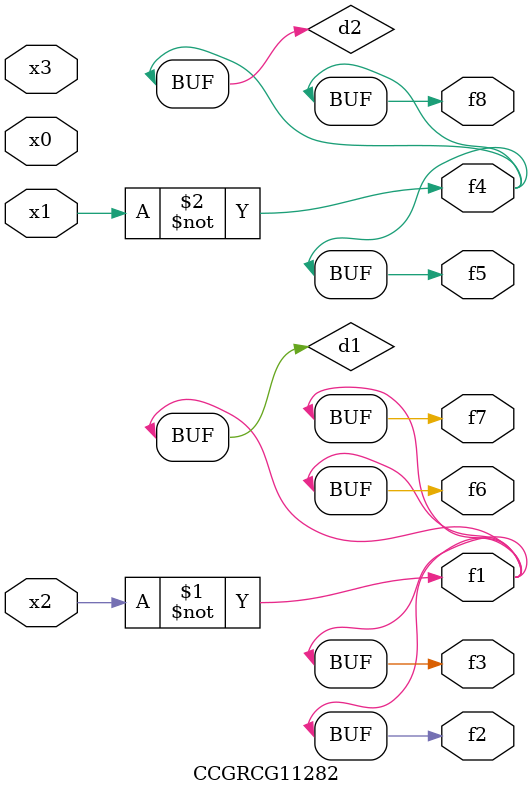
<source format=v>
module CCGRCG11282(
	input x0, x1, x2, x3,
	output f1, f2, f3, f4, f5, f6, f7, f8
);

	wire d1, d2;

	xnor (d1, x2);
	not (d2, x1);
	assign f1 = d1;
	assign f2 = d1;
	assign f3 = d1;
	assign f4 = d2;
	assign f5 = d2;
	assign f6 = d1;
	assign f7 = d1;
	assign f8 = d2;
endmodule

</source>
